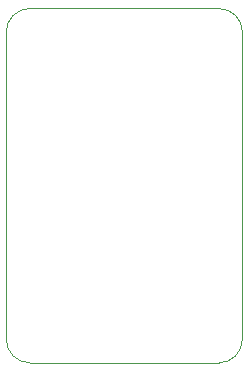
<source format=gbr>
G04 #@! TF.GenerationSoftware,KiCad,Pcbnew,7.0.6*
G04 #@! TF.CreationDate,2023-11-12T09:34:07+05:30*
G04 #@! TF.ProjectId,AVR-Miner,4156522d-4d69-46e6-9572-2e6b69636164,rev?*
G04 #@! TF.SameCoordinates,Original*
G04 #@! TF.FileFunction,Profile,NP*
%FSLAX46Y46*%
G04 Gerber Fmt 4.6, Leading zero omitted, Abs format (unit mm)*
G04 Created by KiCad (PCBNEW 7.0.6) date 2023-11-12 09:34:07*
%MOMM*%
%LPD*%
G01*
G04 APERTURE LIST*
G04 #@! TA.AperFunction,Profile*
%ADD10C,0.050000*%
G04 #@! TD*
G04 APERTURE END LIST*
D10*
X135000000Y-100000000D02*
X135000000Y-74000000D01*
X153000000Y-102000000D02*
G75*
G03*
X155000000Y-100000000I0J2000000D01*
G01*
X155000000Y-74000000D02*
G75*
G03*
X153000000Y-72000000I-2000000J0D01*
G01*
X153000000Y-102000000D02*
X137000000Y-102000000D01*
X137000000Y-72000000D02*
G75*
G03*
X135000000Y-74000000I0J-2000000D01*
G01*
X155000000Y-74000000D02*
X155000000Y-100000000D01*
X135000000Y-100000000D02*
G75*
G03*
X137000000Y-102000000I2000000J0D01*
G01*
X137000000Y-72000000D02*
X153000000Y-72000000D01*
M02*

</source>
